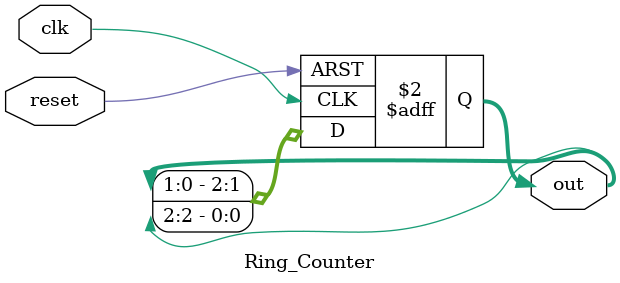
<source format=v>
module Ring_Counter (
    input clk, reset,
    output reg [2:0] out
);
    always @(posedge clk or posedge reset) begin
        if (reset)
            out <= 3'b001;
        else
            out <= {out[1:0], out[2]};
    end
endmodule

</source>
